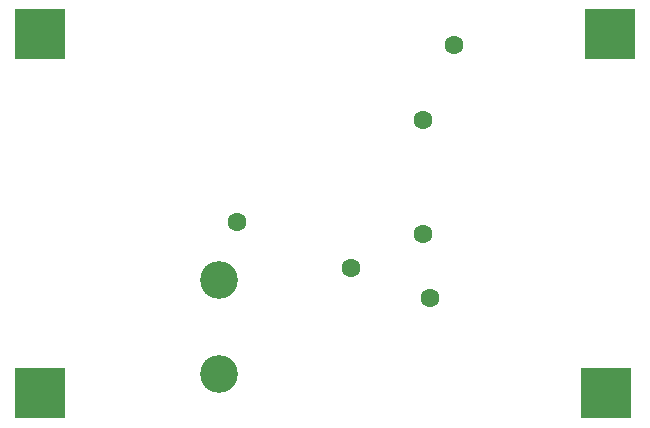
<source format=gbs>
G04*
G04 #@! TF.GenerationSoftware,Altium Limited,Altium Designer,21.3.2 (30)*
G04*
G04 Layer_Color=16711935*
%FSLAX25Y25*%
%MOIN*%
G70*
G04*
G04 #@! TF.SameCoordinates,C5881F53-B4D9-470E-9162-C71BBDC8BDA1*
G04*
G04*
G04 #@! TF.FilePolarity,Negative*
G04*
G01*
G75*
%ADD30C,0.12611*%
%ADD31R,0.16548X0.16548*%
%ADD32C,0.06312*%
D30*
X245500Y304248D02*
D03*
Y272752D02*
D03*
D31*
X186000Y266500D02*
D03*
X374500D02*
D03*
X376000Y386000D02*
D03*
X186000D02*
D03*
D32*
X289500Y308000D02*
D03*
X251500Y323500D02*
D03*
X324000Y382500D02*
D03*
X316000Y298000D02*
D03*
X313500Y319500D02*
D03*
Y357500D02*
D03*
M02*

</source>
